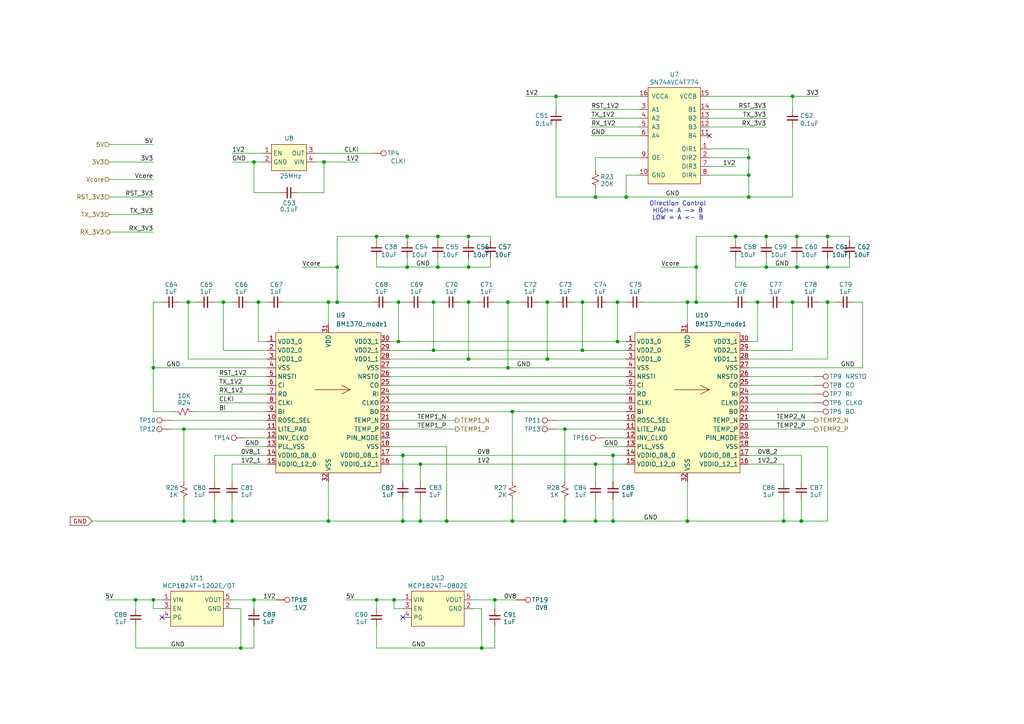
<source format=kicad_sch>
(kicad_sch (version 20231120) (generator "eeschema") (generator_version "8.0")
  (paper "A4")
  (junction (at 127 68.58))
  (junction (at 148.59 151.13))
  (junction (at 161.29 27.94))
  (junction (at 229.87 27.94))
  (junction (at 158.75 87.63))
  (junction (at 227.33 151.13))
  (junction (at 147.32 106.68))
  (junction (at 121.92 134.62))
  (junction (at 148.59 119.38))
  (junction (at 240.03 87.63))
  (junction (at 69.85 187.96))
  (junction (at 222.25 68.58))
  (junction (at 67.31 151.13))
  (junction (at 240.03 77.47))
  (junction (at 125.73 87.63))
  (junction (at 199.39 87.63))
  (junction (at 44.45 106.68))
  (junction (at 139.7 187.96))
  (junction (at 53.34 151.13))
  (junction (at 199.39 151.13))
  (junction (at 121.92 151.13))
  (junction (at 64.77 87.63))
  (junction (at 217.17 50.8))
  (junction (at 222.25 77.47))
  (junction (at 240.03 68.58))
  (junction (at 115.57 87.63))
  (junction (at 172.72 151.13))
  (junction (at 179.07 87.63))
  (junction (at 231.14 77.47))
  (junction (at 97.79 87.63))
  (junction (at 143.51 173.99))
  (junction (at 118.11 77.47))
  (junction (at 217.17 57.15))
  (junction (at 158.75 104.14))
  (junction (at 73.66 46.99))
  (junction (at 73.66 173.99))
  (junction (at 217.17 45.72))
  (junction (at 118.11 68.58))
  (junction (at 127 77.47))
  (junction (at 231.14 68.58))
  (junction (at 116.84 151.13))
  (junction (at 177.8 132.08))
  (junction (at 53.34 124.46))
  (junction (at 97.79 77.47))
  (junction (at 95.25 87.63))
  (junction (at 115.57 99.06))
  (junction (at 109.22 173.99))
  (junction (at 54.61 87.63))
  (junction (at 135.89 68.58))
  (junction (at 229.87 87.63))
  (junction (at 181.61 57.15))
  (junction (at 95.25 151.13))
  (junction (at 62.23 151.13))
  (junction (at 125.73 101.6))
  (junction (at 44.45 173.99))
  (junction (at 74.93 87.63))
  (junction (at 213.36 68.58))
  (junction (at 39.37 173.99))
  (junction (at 135.89 104.14))
  (junction (at 219.71 87.63))
  (junction (at 135.89 87.63))
  (junction (at 201.93 87.63))
  (junction (at 163.83 151.13))
  (junction (at 177.8 151.13))
  (junction (at 163.83 124.46))
  (junction (at 93.98 46.99))
  (junction (at 201.93 77.47))
  (junction (at 232.41 151.13))
  (junction (at 109.22 68.58))
  (junction (at 116.84 132.08))
  (junction (at 129.54 151.13))
  (junction (at 172.72 57.15))
  (junction (at 179.07 99.06))
  (junction (at 168.91 87.63))
  (junction (at 168.91 101.6))
  (junction (at 114.3 173.99))
  (junction (at 135.89 77.47))
  (junction (at 147.32 87.63))
  (junction (at 172.72 134.62))
  (no_connect (at 205.74 39.37))
  (no_connect (at 46.99 179.07))
  (no_connect (at 116.84 179.07))
  (wire (pts (xy 250.19 87.63) (xy 250.19 106.68)))
  (wire (pts (xy 116.84 151.13) (xy 95.25 151.13)))
  (wire (pts (xy 129.54 129.54) (xy 129.54 151.13)))
  (wire (pts (xy 67.31 151.13) (xy 95.25 151.13)))
  (wire (pts (xy 172.72 54.61) (xy 172.72 57.15)))
  (wire (pts (xy 135.89 87.63) (xy 138.43 87.63)))
  (wire (pts (xy 67.31 134.62) (xy 67.31 139.7)))
  (wire (pts (xy 127 77.47) (xy 135.89 77.47)))
  (wire (pts (xy 30.48 173.99) (xy 39.37 173.99)))
  (wire (pts (xy 39.37 187.96) (xy 39.37 181.61)))
  (wire (pts (xy 217.17 109.22) (xy 236.22 109.22)))
  (wire (pts (xy 158.75 87.63) (xy 161.29 87.63)))
  (wire (pts (xy 217.17 45.72) (xy 217.17 50.8)))
  (wire (pts (xy 116.84 144.78) (xy 116.84 151.13)))
  (wire (pts (xy 67.31 46.99) (xy 73.66 46.99)))
  (wire (pts (xy 114.3 173.99) (xy 116.84 173.99)))
  (wire (pts (xy 113.03 104.14) (xy 135.89 104.14)))
  (wire (pts (xy 97.79 68.58) (xy 97.79 77.47)))
  (wire (pts (xy 231.14 68.58) (xy 222.25 68.58)))
  (wire (pts (xy 95.25 87.63) (xy 82.55 87.63)))
  (wire (pts (xy 156.21 87.63) (xy 158.75 87.63)))
  (wire (pts (xy 148.59 119.38) (xy 148.59 139.7)))
  (wire (pts (xy 161.29 121.92) (xy 181.61 121.92)))
  (wire (pts (xy 171.45 36.83) (xy 185.42 36.83)))
  (wire (pts (xy 95.25 93.98) (xy 95.25 87.63)))
  (wire (pts (xy 219.71 87.63) (xy 222.25 87.63)))
  (wire (pts (xy 213.36 77.47) (xy 222.25 77.47)))
  (wire (pts (xy 73.66 46.99) (xy 73.66 55.88)))
  (wire (pts (xy 222.25 68.58) (xy 213.36 68.58)))
  (wire (pts (xy 114.3 176.53) (xy 114.3 173.99)))
  (wire (pts (xy 199.39 139.7) (xy 199.39 151.13)))
  (wire (pts (xy 118.11 68.58) (xy 109.22 68.58)))
  (wire (pts (xy 222.25 68.58) (xy 222.25 69.85)))
  (wire (pts (xy 26.67 151.13) (xy 53.34 151.13)))
  (wire (pts (xy 127 74.93) (xy 127 77.47)))
  (wire (pts (xy 143.51 187.96) (xy 139.7 187.96)))
  (wire (pts (xy 44.45 119.38) (xy 44.45 106.68)))
  (wire (pts (xy 139.7 176.53) (xy 139.7 187.96)))
  (wire (pts (xy 185.42 45.72) (xy 172.72 45.72)))
  (wire (pts (xy 67.31 87.63) (xy 64.77 87.63)))
  (wire (pts (xy 49.53 124.46) (xy 53.34 124.46)))
  (wire (pts (xy 125.73 87.63) (xy 128.27 87.63)))
  (wire (pts (xy 168.91 87.63) (xy 168.91 101.6)))
  (wire (pts (xy 199.39 151.13) (xy 227.33 151.13)))
  (wire (pts (xy 161.29 27.94) (xy 161.29 31.75)))
  (wire (pts (xy 64.77 87.63) (xy 64.77 101.6)))
  (wire (pts (xy 217.17 132.08) (xy 232.41 132.08)))
  (wire (pts (xy 63.5 114.3) (xy 77.47 114.3)))
  (wire (pts (xy 250.19 106.68) (xy 217.17 106.68)))
  (wire (pts (xy 39.37 173.99) (xy 39.37 176.53)))
  (wire (pts (xy 62.23 144.78) (xy 62.23 151.13)))
  (wire (pts (xy 62.23 151.13) (xy 67.31 151.13)))
  (wire (pts (xy 217.17 134.62) (xy 227.33 134.62)))
  (wire (pts (xy 31.75 57.15) (xy 44.45 57.15)))
  (wire (pts (xy 205.74 34.29) (xy 222.25 34.29)))
  (wire (pts (xy 163.83 124.46) (xy 163.83 139.7)))
  (wire (pts (xy 205.74 48.26) (xy 213.36 48.26)))
  (wire (pts (xy 64.77 101.6) (xy 77.47 101.6)))
  (wire (pts (xy 229.87 87.63) (xy 229.87 101.6)))
  (wire (pts (xy 67.31 144.78) (xy 67.31 151.13)))
  (wire (pts (xy 229.87 101.6) (xy 217.17 101.6)))
  (wire (pts (xy 62.23 132.08) (xy 62.23 139.7)))
  (wire (pts (xy 161.29 124.46) (xy 163.83 124.46)))
  (wire (pts (xy 217.17 116.84) (xy 236.22 116.84)))
  (wire (pts (xy 171.45 39.37) (xy 185.42 39.37)))
  (wire (pts (xy 179.07 99.06) (xy 181.61 99.06)))
  (wire (pts (xy 55.88 119.38) (xy 77.47 119.38)))
  (wire (pts (xy 181.61 57.15) (xy 217.17 57.15)))
  (wire (pts (xy 152.4 27.94) (xy 161.29 27.94)))
  (wire (pts (xy 191.77 77.47) (xy 201.93 77.47)))
  (wire (pts (xy 229.87 27.94) (xy 229.87 31.75)))
  (wire (pts (xy 54.61 104.14) (xy 54.61 87.63)))
  (wire (pts (xy 121.92 134.62) (xy 172.72 134.62)))
  (wire (pts (xy 175.26 129.54) (xy 181.61 129.54)))
  (wire (pts (xy 231.14 68.58) (xy 231.14 69.85)))
  (wire (pts (xy 109.22 173.99) (xy 109.22 176.53)))
  (wire (pts (xy 232.41 132.08) (xy 232.41 139.7)))
  (wire (pts (xy 227.33 87.63) (xy 229.87 87.63)))
  (wire (pts (xy 93.98 46.99) (xy 104.14 46.99)))
  (wire (pts (xy 142.24 68.58) (xy 135.89 68.58)))
  (wire (pts (xy 137.16 176.53) (xy 139.7 176.53)))
  (wire (pts (xy 97.79 87.63) (xy 97.79 77.47)))
  (wire (pts (xy 176.53 87.63) (xy 179.07 87.63)))
  (wire (pts (xy 158.75 87.63) (xy 158.75 104.14)))
  (wire (pts (xy 113.03 99.06) (xy 115.57 99.06)))
  (wire (pts (xy 217.17 124.46) (xy 236.22 124.46)))
  (wire (pts (xy 63.5 109.22) (xy 77.47 109.22)))
  (wire (pts (xy 113.03 124.46) (xy 132.08 124.46)))
  (wire (pts (xy 186.69 87.63) (xy 199.39 87.63)))
  (wire (pts (xy 113.03 129.54) (xy 129.54 129.54)))
  (wire (pts (xy 44.45 173.99) (xy 39.37 173.99)))
  (wire (pts (xy 118.11 74.93) (xy 118.11 77.47)))
  (wire (pts (xy 118.11 68.58) (xy 118.11 69.85)))
  (wire (pts (xy 97.79 87.63) (xy 107.95 87.63)))
  (wire (pts (xy 123.19 87.63) (xy 125.73 87.63)))
  (wire (pts (xy 166.37 87.63) (xy 168.91 87.63)))
  (wire (pts (xy 133.35 87.63) (xy 135.89 87.63)))
  (wire (pts (xy 171.45 31.75) (xy 185.42 31.75)))
  (wire (pts (xy 50.8 119.38) (xy 44.45 119.38)))
  (wire (pts (xy 118.11 77.47) (xy 127 77.47)))
  (wire (pts (xy 67.31 173.99) (xy 73.66 173.99)))
  (wire (pts (xy 71.12 127) (xy 77.47 127)))
  (wire (pts (xy 217.17 43.18) (xy 217.17 45.72)))
  (wire (pts (xy 73.66 173.99) (xy 80.01 173.99)))
  (wire (pts (xy 217.17 57.15) (xy 229.87 57.15)))
  (wire (pts (xy 31.75 41.91) (xy 44.45 41.91)))
  (wire (pts (xy 46.99 176.53) (xy 44.45 176.53)))
  (wire (pts (xy 127 68.58) (xy 118.11 68.58)))
  (wire (pts (xy 116.84 132.08) (xy 177.8 132.08)))
  (wire (pts (xy 163.83 144.78) (xy 163.83 151.13)))
  (wire (pts (xy 87.63 77.47) (xy 97.79 77.47)))
  (wire (pts (xy 185.42 50.8) (xy 181.61 50.8)))
  (wire (pts (xy 73.66 55.88) (xy 81.28 55.88)))
  (wire (pts (xy 163.83 151.13) (xy 172.72 151.13)))
  (wire (pts (xy 172.72 57.15) (xy 181.61 57.15)))
  (wire (pts (xy 95.25 87.63) (xy 97.79 87.63)))
  (wire (pts (xy 44.45 173.99) (xy 46.99 173.99)))
  (wire (pts (xy 147.32 87.63) (xy 147.32 106.68)))
  (wire (pts (xy 109.22 187.96) (xy 139.7 187.96)))
  (wire (pts (xy 31.75 52.07) (xy 44.45 52.07)))
  (wire (pts (xy 93.98 55.88) (xy 86.36 55.88)))
  (wire (pts (xy 91.44 46.99) (xy 93.98 46.99)))
  (wire (pts (xy 143.51 173.99) (xy 149.86 173.99)))
  (wire (pts (xy 53.34 124.46) (xy 77.47 124.46)))
  (wire (pts (xy 247.65 87.63) (xy 250.19 87.63)))
  (wire (pts (xy 121.92 151.13) (xy 129.54 151.13)))
  (wire (pts (xy 73.66 187.96) (xy 69.85 187.96)))
  (wire (pts (xy 217.17 129.54) (xy 240.03 129.54)))
  (wire (pts (xy 44.45 106.68) (xy 44.45 87.63)))
  (wire (pts (xy 49.53 121.92) (xy 77.47 121.92)))
  (wire (pts (xy 222.25 74.93) (xy 222.25 77.47)))
  (wire (pts (xy 246.38 77.47) (xy 246.38 74.93)))
  (wire (pts (xy 115.57 99.06) (xy 179.07 99.06)))
  (wire (pts (xy 52.07 87.63) (xy 54.61 87.63)))
  (wire (pts (xy 172.72 144.78) (xy 172.72 151.13)))
  (wire (pts (xy 63.5 111.76) (xy 77.47 111.76)))
  (wire (pts (xy 109.22 68.58) (xy 97.79 68.58)))
  (wire (pts (xy 77.47 134.62) (xy 67.31 134.62)))
  (wire (pts (xy 91.44 44.45) (xy 107.95 44.45)))
  (wire (pts (xy 109.22 74.93) (xy 109.22 77.47)))
  (wire (pts (xy 121.92 151.13) (xy 116.84 151.13)))
  (wire (pts (xy 113.03 106.68) (xy 147.32 106.68)))
  (wire (pts (xy 217.17 99.06) (xy 219.71 99.06)))
  (wire (pts (xy 172.72 151.13) (xy 177.8 151.13)))
  (wire (pts (xy 121.92 144.78) (xy 121.92 151.13)))
  (wire (pts (xy 113.03 134.62) (xy 121.92 134.62)))
  (wire (pts (xy 109.22 187.96) (xy 109.22 181.61)))
  (wire (pts (xy 114.3 173.99) (xy 109.22 173.99)))
  (wire (pts (xy 148.59 144.78) (xy 148.59 151.13)))
  (wire (pts (xy 177.8 132.08) (xy 177.8 139.7)))
  (wire (pts (xy 100.33 173.99) (xy 109.22 173.99)))
  (wire (pts (xy 113.03 114.3) (xy 181.61 114.3)))
  (wire (pts (xy 232.41 144.78) (xy 232.41 151.13)))
  (wire (pts (xy 201.93 87.63) (xy 212.09 87.63)))
  (wire (pts (xy 147.32 106.68) (xy 181.61 106.68)))
  (wire (pts (xy 161.29 57.15) (xy 161.29 36.83)))
  (wire (pts (xy 142.24 77.47) (xy 142.24 74.93)))
  (wire (pts (xy 229.87 36.83) (xy 229.87 57.15)))
  (wire (pts (xy 205.74 36.83) (xy 222.25 36.83)))
  (wire (pts (xy 185.42 27.94) (xy 161.29 27.94)))
  (wire (pts (xy 113.03 111.76) (xy 181.61 111.76)))
  (wire (pts (xy 213.36 68.58) (xy 213.36 69.85)))
  (wire (pts (xy 137.16 173.99) (xy 143.51 173.99)))
  (wire (pts (xy 53.34 144.78) (xy 53.34 151.13)))
  (wire (pts (xy 31.75 46.99) (xy 44.45 46.99)))
  (wire (pts (xy 201.93 87.63) (xy 201.93 77.47)))
  (wire (pts (xy 237.49 87.63) (xy 240.03 87.63)))
  (wire (pts (xy 53.34 151.13) (xy 62.23 151.13)))
  (wire (pts (xy 71.12 129.54) (xy 77.47 129.54)))
  (wire (pts (xy 147.32 87.63) (xy 151.13 87.63)))
  (wire (pts (xy 116.84 132.08) (xy 116.84 139.7)))
  (wire (pts (xy 168.91 87.63) (xy 171.45 87.63)))
  (wire (pts (xy 113.03 119.38) (xy 148.59 119.38)))
  (wire (pts (xy 229.87 27.94) (xy 237.49 27.94)))
  (wire (pts (xy 205.74 43.18) (xy 217.17 43.18)))
  (wire (pts (xy 125.73 101.6) (xy 168.91 101.6)))
  (wire (pts (xy 113.03 101.6) (xy 125.73 101.6)))
  (wire (pts (xy 205.74 27.94) (xy 229.87 27.94)))
  (wire (pts (xy 240.03 77.47) (xy 246.38 77.47)))
  (wire (pts (xy 163.83 124.46) (xy 181.61 124.46)))
  (wire (pts (xy 113.03 116.84) (xy 181.61 116.84)))
  (wire (pts (xy 240.03 68.58) (xy 240.03 69.85)))
  (wire (pts (xy 62.23 87.63) (xy 64.77 87.63)))
  (wire (pts (xy 175.26 127) (xy 181.61 127)))
  (wire (pts (xy 77.47 99.06) (xy 74.93 99.06)))
  (wire (pts (xy 127 68.58) (xy 127 69.85)))
  (wire (pts (xy 217.17 87.63) (xy 219.71 87.63)))
  (wire (pts (xy 246.38 68.58) (xy 240.03 68.58)))
  (wire (pts (xy 148.59 119.38) (xy 181.61 119.38)))
  (wire (pts (xy 240.03 87.63) (xy 240.03 104.14)))
  (wire (pts (xy 135.89 68.58) (xy 127 68.58)))
  (wire (pts (xy 222.25 77.47) (xy 231.14 77.47)))
  (wire (pts (xy 179.07 87.63) (xy 179.07 99.06)))
  (wire (pts (xy 199.39 87.63) (xy 201.93 87.63)))
  (wire (pts (xy 231.14 77.47) (xy 240.03 77.47)))
  (wire (pts (xy 67.31 176.53) (xy 69.85 176.53)))
  (wire (pts (xy 77.47 104.14) (xy 54.61 104.14)))
  (wire (pts (xy 171.45 34.29) (xy 185.42 34.29)))
  (wire (pts (xy 74.93 99.06) (xy 74.93 87.63)))
  (wire (pts (xy 240.03 104.14) (xy 217.17 104.14)))
  (wire (pts (xy 109.22 77.47) (xy 118.11 77.47)))
  (wire (pts (xy 240.03 74.93) (xy 240.03 77.47)))
  (wire (pts (xy 177.8 151.13) (xy 199.39 151.13)))
  (wire (pts (xy 121.92 134.62) (xy 121.92 139.7)))
  (wire (pts (xy 205.74 50.8) (xy 217.17 50.8)))
  (wire (pts (xy 135.89 104.14) (xy 158.75 104.14)))
  (wire (pts (xy 232.41 151.13) (xy 240.03 151.13)))
  (wire (pts (xy 227.33 151.13) (xy 232.41 151.13)))
  (wire (pts (xy 69.85 176.53) (xy 69.85 187.96)))
  (wire (pts (xy 181.61 50.8) (xy 181.61 57.15)))
  (wire (pts (xy 168.91 101.6) (xy 181.61 101.6)))
  (wire (pts (xy 231.14 74.93) (xy 231.14 77.47)))
  (wire (pts (xy 177.8 132.08) (xy 181.61 132.08)))
  (wire (pts (xy 172.72 134.62) (xy 172.72 139.7)))
  (wire (pts (xy 217.17 50.8) (xy 217.17 57.15)))
  (wire (pts (xy 229.87 87.63) (xy 232.41 87.63)))
  (wire (pts (xy 217.17 119.38) (xy 236.22 119.38)))
  (wire (pts (xy 199.39 87.63) (xy 199.39 93.98)))
  (wire (pts (xy 95.25 139.7) (xy 95.25 151.13)))
  (wire (pts (xy 135.89 74.93) (xy 135.89 77.47)))
  (wire (pts (xy 76.2 46.99) (xy 73.66 46.99)))
  (wire (pts (xy 172.72 57.15) (xy 161.29 57.15)))
  (wire (pts (xy 54.61 87.63) (xy 57.15 87.63)))
  (wire (pts (xy 44.45 106.68) (xy 77.47 106.68)))
  (wire (pts (xy 148.59 151.13) (xy 163.83 151.13)))
  (wire (pts (xy 125.73 87.63) (xy 125.73 101.6)))
  (wire (pts (xy 39.37 187.96) (xy 69.85 187.96)))
  (wire (pts (xy 227.33 144.78) (xy 227.33 151.13)))
  (wire (pts (xy 201.93 68.58) (xy 201.93 77.47)))
  (wire (pts (xy 217.17 121.92) (xy 236.22 121.92)))
  (wire (pts (xy 240.03 87.63) (xy 242.57 87.63)))
  (wire (pts (xy 44.45 87.63) (xy 46.99 87.63)))
  (wire (pts (xy 113.03 132.08) (xy 116.84 132.08)))
  (wire (pts (xy 113.03 109.22) (xy 181.61 109.22)))
  (wire (pts (xy 179.07 87.63) (xy 181.61 87.63)))
  (wire (pts (xy 31.75 67.31) (xy 44.45 67.31)))
  (wire (pts (xy 116.84 176.53) (xy 114.3 176.53)))
  (wire (pts (xy 246.38 69.85) (xy 246.38 68.58)))
  (wire (pts (xy 143.51 87.63) (xy 147.32 87.63)))
  (wire (pts (xy 158.75 104.14) (xy 181.61 104.14)))
  (wire (pts (xy 73.66 173.99) (xy 73.66 176.53)))
  (wire (pts (xy 62.23 132.08) (xy 77.47 132.08)))
  (wire (pts (xy 93.98 46.99) (xy 93.98 55.88)))
  (wire (pts (xy 109.22 68.58) (xy 109.22 69.85)))
  (wire (pts (xy 172.72 45.72) (xy 172.72 49.53)))
  (wire (pts (xy 135.89 77.47) (xy 142.24 77.47)))
  (wire (pts (xy 177.8 144.78) (xy 177.8 151.13)))
  (wire (pts (xy 113.03 87.63) (xy 115.57 87.63)))
  (wire (pts (xy 67.31 44.45) (xy 76.2 44.45)))
  (wire (pts (xy 227.33 134.62) (xy 227.33 139.7)))
  (wire (pts (xy 172.72 134.62) (xy 181.61 134.62)))
  (wire (pts (xy 142.24 69.85) (xy 142.24 68.58)))
  (wire (pts (xy 113.03 121.92) (xy 132.08 121.92)))
  (wire (pts (xy 115.57 87.63) (xy 118.11 87.63)))
  (wire (pts (xy 115.57 87.63) (xy 115.57 99.06)))
  (wire (pts (xy 31.75 62.23) (xy 44.45 62.23)))
  (wire (pts (xy 217.17 114.3) (xy 236.22 114.3)))
  (wire (pts (xy 135.89 87.63) (xy 135.89 104.14)))
  (wire (pts (xy 73.66 181.61) (xy 73.66 187.96)))
  (wire (pts (xy 135.89 68.58) (xy 135.89 69.85)))
  (wire (pts (xy 143.51 181.61) (xy 143.51 187.96)))
  (wire (pts (xy 217.17 111.76) (xy 236.22 111.76)))
  (wire (pts (xy 240.03 129.54) (xy 240.03 151.13)))
  (wire (pts (xy 72.39 87.63) (xy 74.93 87.63)))
  (wire (pts (xy 44.45 176.53) (xy 44.45 173.99)))
  (wire (pts (xy 205.74 31.75) (xy 222.25 31.75)))
  (wire (pts (xy 129.54 151.13) (xy 148.59 151.13)))
  (wire (pts (xy 219.71 99.06) (xy 219.71 87.63)))
  (wire (pts (xy 53.34 124.46) (xy 53.34 139.7)))
  (wire (pts (xy 213.36 68.58) (xy 201.93 68.58)))
  (wire (pts (xy 213.36 74.93) (xy 213.36 77.47)))
  (wire (pts (xy 205.74 45.72) (xy 217.17 45.72)))
  (wire (pts (xy 240.03 68.58) (xy 231.14 68.58)))
  (wire (pts (xy 63.5 116.84) (xy 77.47 116.84)))
  (wire (pts (xy 143.51 173.99) (xy 143.51 176.53)))
  (wire (pts (xy 74.93 87.63) (xy 77.47 87.63)))
  (text "Direction Control\nHIGH= A -> B\nLOW = A <- B" (at 196.596 61.214 0) (effects (font (size 1.27 1.27))))
  (label "0V8" (at 149.86 173.99 180))
  (label "TEMP2_N" (at 233.68 121.92 180))
  (label "GND" (at 224.79 77.47 0))
  (label "TEMP1_N" (at 129.54 121.92 180))
  (label "1V2" (at 213.36 48.26 180))
  (label "1V2" (at 80.01 173.99 180))
  (label "GND" (at 67.31 46.99 0))
  (label "GND" (at 48.26 106.68 0))
  (label "GND" (at 171.45 39.37 0))
  (label "1V2" (at 104.14 46.99 180))
  (label "0V8_1" (at 69.85 132.08 0))
  (label "RST_1V2" (at 171.45 31.75 0))
  (label "1V2" (at 152.4 27.94 0))
  (label "GND" (at 243.84 106.68 0))
  (label "1V2" (at 138.43 134.62 0))
  (label "RX_3V3" (at 44.45 67.31 180))
  (label "0V8_2" (at 219.71 132.08 0))
  (label "BI" (at 63.5 119.38 0))
  (label "5V" (at 44.45 41.91 180))
  (label "CLKI" (at 63.5 116.84 0))
  (label "1V2_1" (at 69.85 134.62 0))
  (label "Vcore" (at 191.77 77.47 0))
  (label "0V8" (at 138.43 132.08 0))
  (label "TEMP1_P" (at 129.54 124.46 180))
  (label "TX_1V2" (at 171.45 34.29 0))
  (label "RX_1V2" (at 171.45 36.83 0))
  (label "GND" (at 119.38 187.96 0))
  (label "Vcore" (at 87.63 77.47 0))
  (label "1V2_2" (at 219.71 134.62 0))
  (label "RX_3V3" (at 222.25 36.83 180))
  (label "RST_1V2" (at 63.5 109.22 0))
  (label "3V3" (at 237.49 27.94 180))
  (label "RX_1V2" (at 63.5 114.3 0))
  (label "5V" (at 100.33 173.99 0))
  (label "GND" (at 186.69 151.13 0))
  (label "3V3" (at 44.45 46.99 180))
  (label "GND" (at 193.04 57.15 0))
  (label "GND" (at 120.65 77.47 0))
  (label "TX_1V2" (at 63.5 111.76 0))
  (label "GND" (at 71.12 129.54 0))
  (label "RST_3V3" (at 222.25 31.75 180))
  (label "TEMP2_P" (at 233.68 124.46 180))
  (label "Vcore" (at 44.45 52.07 180))
  (label "GND" (at 175.26 129.54 0))
  (label "1V2" (at 67.31 44.45 0))
  (label "GND" (at 149.86 106.68 0))
  (label "RST_3V3" (at 44.45 57.15 180))
  (label "GND" (at 49.53 187.96 0))
  (label "TX_3V3" (at 222.25 34.29 180))
  (label "5V" (at 30.48 173.99 0))
  (label "TX_3V3" (at 44.45 62.23 180))
  (label "CLKI" (at 104.14 44.45 180))
  (global_label "GND" (shape input) (at 26.67 151.13 180) (property "Intersheetrefs" "${INTERSHEET_REFS}" (effects (hide yes))))
  (hierarchical_label "3V3" (shape input) (at 31.75 46.99 180))
  (hierarchical_label "Vcore" (shape input) (at 31.75 52.07 180))
  (hierarchical_label "TEMP1_P" (shape output) (at 132.08 124.46 0))
  (hierarchical_label "RX_3V3" (shape output) (at 31.75 67.31 180))
  (hierarchical_label "TX_3V3" (shape input) (at 31.75 62.23 180))
  (hierarchical_label "TEMP1_N" (shape output) (at 132.08 121.92 0))
  (hierarchical_label "5V" (shape input) (at 31.75 41.91 180))
  (hierarchical_label "TEMP2_N" (shape output) (at 236.22 121.92 0))
  (hierarchical_label "TEMP2_P" (shape output) (at 236.22 124.46 0))
  (hierarchical_label "RST_3V3" (shape input) (at 31.75 57.15 180))
  (symbol (lib_id "Connector:TestPoint") (at 49.53 121.92 90) (mirror x) (unit 1) (in_bom no)
    (property "Reference" "TP10" (at 45.212 121.92 90) (effects (justify left)))
    (property "Value" "TestPoint" (effects (hide yes)))
    (property "Footprint" "TestPoint:TestPoint_Pad_D1.0mm" (effects (hide yes)))
    (property "Description" "test point" (effects (hide yes)))
  )
  (symbol (lib_id "Device:R_Small_US") (at 53.34 142.24 0) (mirror x) (unit 1)
    (property "Reference" "R26" (at 48.006 141.478 0) (effects (justify left)))
    (property "Value" "1K" (at 49.022 143.51 0) (effects (justify left)))
    (property "Footprint" "Resistor_SMD:R_0402_1005Metric" (effects (hide yes)))
    (property "Description" "Resistor, small US symbol" (effects (hide yes)))
    (property "PARTNO" "RC0402FR-071KL" (effects (hide yes)))
    (property "DK" "311-1.00KLRCT-ND" (effects (hide yes)))
  )
  (symbol (lib_id "Device:C_Small") (at 143.51 179.07 0) (mirror x) (unit 1)
    (property "Reference" "C91" (at 149.86 178.308 0) (effects (justify right)))
    (property "Value" "1uF" (at 149.606 180.34 0) (effects (justify right)))
    (property "Footprint" "Capacitor_SMD:C_0402_1005Metric" (effects (hide yes)))
    (property "Datasheet" "https://mm.digikey.com/Volume0/opasdata/d220001/medias/docus/1117/EMK105BJ105MV-F_SS.pdf" (effects (hide yes)))
    (property "Description" "Unpolarized capacitor, small symbol" (effects (hide yes)))
    (property "PARTNUM" "EMK105BJ105MV-F" (effects (hide yes)))
    (property "DK" "587-5514-1-ND" (effects (hide yes)))
  )
  (symbol (lib_id "Device:C_Small") (at 231.14 72.39 0) (unit 1)
    (property "Reference" "C60" (at 237.236 71.628 0) (effects (justify right)))
    (property "Value" "10uF" (at 237.236 73.914 0) (effects (justify right)))
    (property "Footprint" "Capacitor_SMD:C_0603_1608Metric" (effects (hide yes)))
    (property "Description" "Unpolarized capacitor, small symbol" (effects (hide yes)))
    (property "PARTNO" "GRM188R61E106KA73D" (effects (hide yes)))
    (property "DK" "490-5523-1-ND" (effects (hide yes)))
  )
  (symbol (lib_id "Device:C_Small") (at 161.29 34.29 0) (mirror y) (unit 1)
    (property "Reference" "C51" (at 155.194 33.528 0) (effects (justify right)))
    (property "Value" "0.1uF" (at 155.194 35.814 0) (effects (justify right)))
    (property "Footprint" "Capacitor_SMD:C_0402_1005Metric" (effects (hide yes)))
    (property "Datasheet" "https://datasheets.kyocera-avx.com/KGM_X7R.pdf" (effects (hide yes)))
    (property "Description" "Unpolarized capacitor, small symbol" (effects (hide yes)))
    (property "PARTNO" "KGM05AR71C104KH" (effects (hide yes)))
    (property "DK" "478-KGM05AR71C104KHCT-ND" (effects (hide yes)))
  )
  (symbol (lib_id "bitaxe:BM1370_mode1") (at 95.25 116.84 0) (unit 1)
    (property "Reference" "U9" (at 97.4441 91.44 0) (effects (justify left)))
    (property "Value" "BM1370_mode1" (at 97.4441 93.98 0) (effects (justify left)))
    (property "Footprint" "bitaxe:BM1370" (effects (hide yes)))
  )
  (symbol (lib_id "bitaxe:MCP1824") (at 57.15 175.26 0) (unit 1)
    (property "Reference" "U11" (at 57.15 167.64 0))
    (property "Value" "MCP1824T-1202E/OT" (at 57.658 169.926 0))
    (property "Footprint" "Package_TO_SOT_SMD:SOT-23-5" (effects (hide yes)))
    (property "Datasheet" "https://ww1.microchip.com/downloads/en/DeviceDoc/22070a.pdf" (effects (hide yes)))
  )
  (symbol (lib_id "Device:C_Small") (at 163.83 87.63 90) (unit 1)
    (property "Reference" "C73" (at 162.052 82.55 90) (effects (justify right)))
    (property "Value" "1uF" (at 162.052 84.582 90) (effects (justify right)))
    (property "Footprint" "Capacitor_SMD:C_0402_1005Metric" (effects (hide yes)))
    (property "Datasheet" "https://mm.digikey.com/Volume0/opasdata/d220001/medias/docus/1117/EMK105BJ105MV-F_SS.pdf" (effects (hide yes)))
    (property "Description" "Unpolarized capacitor, small symbol" (effects (hide yes)))
    (property "PARTNUM" "EMK105BJ105MV-F" (effects (hide yes)))
    (property "DK" "587-5514-1-ND" (effects (hide yes)))
  )
  (symbol (lib_id "bitaxe:MCP1824") (at 127 175.26 0) (unit 1)
    (property "Reference" "U12" (at 127 167.64 0))
    (property "Value" "MCP1824T-0802E" (at 127 169.926 0))
    (property "Footprint" "Package_TO_SOT_SMD:SOT-23-5" (effects (hide yes)))
    (property "Datasheet" "https://ww1.microchip.com/downloads/en/DeviceDoc/22070a.pdf" (effects (hide yes)))
  )
  (symbol (lib_id "Device:C_Small") (at 245.11 87.63 90) (unit 1)
    (property "Reference" "C79" (at 243.332 82.55 90) (effects (justify right)))
    (property "Value" "1uF" (at 243.332 84.582 90) (effects (justify right)))
    (property "Footprint" "Capacitor_SMD:C_0402_1005Metric" (effects (hide yes)))
    (property "Datasheet" "https://mm.digikey.com/Volume0/opasdata/d220001/medias/docus/1117/EMK105BJ105MV-F_SS.pdf" (effects (hide yes)))
    (property "Description" "Unpolarized capacitor, small symbol" (effects (hide yes)))
    (property "PARTNUM" "EMK105BJ105MV-F" (effects (hide yes)))
    (property "DK" "587-5514-1-ND" (effects (hide yes)))
  )
  (symbol (lib_id "Device:C_Small") (at 67.31 142.24 0) (mirror x) (unit 1)
    (property "Reference" "C81" (at 73.66 141.478 0) (effects (justify right)))
    (property "Value" "1uF" (at 73.406 143.51 0) (effects (justify right)))
    (property "Footprint" "Capacitor_SMD:C_0402_1005Metric" (effects (hide yes)))
    (property "Datasheet" "https://mm.digikey.com/Volume0/opasdata/d220001/medias/docus/1117/EMK105BJ105MV-F_SS.pdf" (effects (hide yes)))
    (property "Description" "Unpolarized capacitor, small symbol" (effects (hide yes)))
    (property "PARTNUM" "EMK105BJ105MV-F" (effects (hide yes)))
    (property "DK" "587-5514-1-ND" (effects (hide yes)))
  )
  (symbol (lib_id "Connector:TestPoint") (at 107.95 44.45 270) (unit 1) (in_bom no)
    (property "Reference" "TP4" (at 112.268 44.45 90) (effects (justify left)))
    (property "Value" "CLKI" (at 113.284 46.736 90) (effects (justify left)))
    (property "Footprint" "TestPoint:TestPoint_Pad_D1.0mm" (effects (hide yes)))
    (property "Description" "test point" (effects (hide yes)))
  )
  (symbol (lib_id "Connector:TestPoint") (at 236.22 119.38 270) (unit 1) (in_bom no)
    (property "Reference" "TP5" (at 240.538 119.38 90) (effects (justify left)))
    (property "Value" "BO" (at 245.11 119.38 90) (effects (justify left)))
    (property "Footprint" "TestPoint:TestPoint_Pad_D1.0mm" (effects (hide yes)))
    (property "Description" "test point" (effects (hide yes)))
  )
  (symbol (lib_id "Device:C_Small") (at 184.15 87.63 90) (unit 1)
    (property "Reference" "C75" (at 182.372 82.55 90) (effects (justify right)))
    (property "Value" "1uF" (at 182.372 84.582 90) (effects (justify right)))
    (property "Footprint" "Capacitor_SMD:C_0402_1005Metric" (effects (hide yes)))
    (property "Datasheet" "https://mm.digikey.com/Volume0/opasdata/d220001/medias/docus/1117/EMK105BJ105MV-F_SS.pdf" (effects (hide yes)))
    (property "Description" "Unpolarized capacitor, small symbol" (effects (hide yes)))
    (property "PARTNUM" "EMK105BJ105MV-F" (effects (hide yes)))
    (property "DK" "587-5514-1-ND" (effects (hide yes)))
  )
  (symbol (lib_id "Device:C_Small") (at 222.25 72.39 0) (unit 1)
    (property "Reference" "C59" (at 228.346 71.628 0) (effects (justify right)))
    (property "Value" "10uF" (at 228.346 73.914 0) (effects (justify right)))
    (property "Footprint" "Capacitor_SMD:C_0603_1608Metric" (effects (hide yes)))
    (property "Description" "Unpolarized capacitor, small symbol" (effects (hide yes)))
    (property "PARTNO" "GRM188R61E106KA73D" (effects (hide yes)))
    (property "DK" "490-5523-1-ND" (effects (hide yes)))
  )
  (symbol (lib_id "Device:R_Small_US") (at 172.72 52.07 180) (unit 1)
    (property "Reference" "R23" (at 178.054 51.308 0) (effects (justify left)))
    (property "Value" "20K" (at 178.054 53.34 0) (effects (justify left)))
    (property "Footprint" "Resistor_SMD:R_0402_1005Metric" (effects (hide yes)))
    (property "Description" "Resistor, small US symbol" (effects (hide yes)))
    (property "PARTNO" "RC0402FR-0720KL" (effects (hide yes)))
    (property "DK" "311-20.0KLRCT-ND" (effects (hide yes)))
  )
  (symbol (lib_id "Device:C_Small") (at 62.23 142.24 180) (unit 1)
    (property "Reference" "C80" (at 55.88 141.478 0) (effects (justify right)))
    (property "Value" "1uF" (at 56.134 143.51 0) (effects (justify right)))
    (property "Footprint" "Capacitor_SMD:C_0402_1005Metric" (effects (hide yes)))
    (property "Datasheet" "https://mm.digikey.com/Volume0/opasdata/d220001/medias/docus/1117/EMK105BJ105MV-F_SS.pdf" (effects (hide yes)))
    (property "Description" "Unpolarized capacitor, small symbol" (effects (hide yes)))
    (property "PARTNUM" "EMK105BJ105MV-F" (effects (hide yes)))
    (property "DK" "587-5514-1-ND" (effects (hide yes)))
  )
  (symbol (lib_id "Connector:TestPoint") (at 236.22 116.84 270) (unit 1) (in_bom no)
    (property "Reference" "TP6" (at 240.538 116.84 90) (effects (justify left)))
    (property "Value" "CLKO" (at 245.11 116.84 90) (effects (justify left)))
    (property "Footprint" "TestPoint:TestPoint_Pad_D1.0mm" (effects (hide yes)))
    (property "Description" "test point" (effects (hide yes)))
  )
  (symbol (lib_id "Device:C_Small") (at 39.37 179.07 180) (unit 1)
    (property "Reference" "C88" (at 33.02 178.308 0) (effects (justify right)))
    (property "Value" "1uF" (at 33.274 180.34 0) (effects (justify right)))
    (property "Footprint" "Capacitor_SMD:C_0402_1005Metric" (effects (hide yes)))
    (property "Datasheet" "https://mm.digikey.com/Volume0/opasdata/d220001/medias/docus/1117/EMK105BJ105MV-F_SS.pdf" (effects (hide yes)))
    (property "Description" "Unpolarized capacitor, small symbol" (effects (hide yes)))
    (property "PARTNUM" "EMK105BJ105MV-F" (effects (hide yes)))
    (property "DK" "587-5514-1-ND" (effects (hide yes)))
  )
  (symbol (lib_id "Device:C_Small") (at 59.69 87.63 90) (unit 1)
    (property "Reference" "C65" (at 57.912 82.55 90) (effects (justify right)))
    (property "Value" "1uF" (at 57.912 84.582 90) (effects (justify right)))
    (property "Footprint" "Capacitor_SMD:C_0402_1005Metric" (effects (hide yes)))
    (property "Datasheet" "https://mm.digikey.com/Volume0/opasdata/d220001/medias/docus/1117/EMK105BJ105MV-F_SS.pdf" (effects (hide yes)))
    (property "Description" "Unpolarized capacitor, small symbol" (effects (hide yes)))
    (property "PARTNUM" "EMK105BJ105MV-F" (effects (hide yes)))
    (property "DK" "587-5514-1-ND" (effects (hide yes)))
  )
  (symbol (lib_id "Device:R_Small_US") (at 163.83 142.24 0) (mirror x) (unit 1)
    (property "Reference" "R28" (at 158.496 141.478 0) (effects (justify left)))
    (property "Value" "1K" (at 159.512 143.51 0) (effects (justify left)))
    (property "Footprint" "Resistor_SMD:R_0402_1005Metric" (effects (hide yes)))
    (property "Description" "Resistor, small US symbol" (effects (hide yes)))
    (property "PARTNO" "RC0402FR-071KL" (effects (hide yes)))
    (property "DK" "311-1.00KLRCT-ND" (effects (hide yes)))
  )
  (symbol (lib_id "bitaxe:SN74AVC4T774") (at 195.58 36.83 0) (unit 1)
    (property "Reference" "U7" (at 195.58 21.59 0))
    (property "Value" "SN74AVC4T774" (at 195.58 23.876 0))
    (property "Footprint" "Package_SO:TSSOP-16_4.4x5mm_P0.65mm" (effects (hide yes)))
    (property "Datasheet" "https://www.ti.com/lit/ds/symlink/sn74avc4t774.pdf" (effects (hide yes)))
    (property "DK" "296-24739-1-ND" (effects (hide yes)))
    (property "Partnum" "SN74AVC4T774PWR" (effects (hide yes)))
  )
  (symbol (lib_id "Connector:TestPoint") (at 236.22 111.76 270) (unit 1) (in_bom no)
    (property "Reference" "TP8" (at 240.538 111.76 90) (effects (justify left)))
    (property "Value" "CO" (at 245.11 111.76 90) (effects (justify left)))
    (property "Footprint" "TestPoint:TestPoint_Pad_D1.0mm" (effects (hide yes)))
    (property "Description" "test point" (effects (hide yes)))
  )
  (symbol (lib_id "Device:C_Small") (at 130.81 87.63 90) (unit 1)
    (property "Reference" "C70" (at 129.032 82.55 90) (effects (justify right)))
    (property "Value" "1uF" (at 129.032 84.582 90) (effects (justify right)))
    (property "Footprint" "Capacitor_SMD:C_0402_1005Metric" (effects (hide yes)))
    (property "Datasheet" "https://mm.digikey.com/Volume0/opasdata/d220001/medias/docus/1117/EMK105BJ105MV-F_SS.pdf" (effects (hide yes)))
    (property "Description" "Unpolarized capacitor, small symbol" (effects (hide yes)))
    (property "PARTNUM" "EMK105BJ105MV-F" (effects (hide yes)))
    (property "DK" "587-5514-1-ND" (effects (hide yes)))
  )
  (symbol (lib_id "Device:C_Small") (at 116.84 142.24 180) (unit 1)
    (property "Reference" "C82" (at 110.49 141.478 0) (effects (justify right)))
    (property "Value" "1uF" (at 110.744 143.51 0) (effects (justify right)))
    (property "Footprint" "Capacitor_SMD:C_0402_1005Metric" (effects (hide yes)))
    (property "Datasheet" "https://mm.digikey.com/Volume0/opasdata/d220001/medias/docus/1117/EMK105BJ105MV-F_SS.pdf" (effects (hide yes)))
    (property "Description" "Unpolarized capacitor, small symbol" (effects (hide yes)))
    (property "PARTNUM" "EMK105BJ105MV-F" (effects (hide yes)))
    (property "DK" "587-5514-1-ND" (effects (hide yes)))
  )
  (symbol (lib_id "Device:C_Small") (at 173.99 87.63 90) (unit 1)
    (property "Reference" "C74" (at 172.212 82.55 90) (effects (justify right)))
    (property "Value" "1uF" (at 172.212 84.582 90) (effects (justify right)))
    (property "Footprint" "Capacitor_SMD:C_0402_1005Metric" (effects (hide yes)))
    (property "Datasheet" "https://mm.digikey.com/Volume0/opasdata/d220001/medias/docus/1117/EMK105BJ105MV-F_SS.pdf" (effects (hide yes)))
    (property "Description" "Unpolarized capacitor, small symbol" (effects (hide yes)))
    (property "PARTNUM" "EMK105BJ105MV-F" (effects (hide yes)))
    (property "DK" "587-5514-1-ND" (effects (hide yes)))
  )
  (symbol (lib_id "Device:C_Small") (at 120.65 87.63 90) (unit 1)
    (property "Reference" "C69" (at 118.872 82.55 90) (effects (justify right)))
    (property "Value" "1uF" (at 118.872 84.582 90) (effects (justify right)))
    (property "Footprint" "Capacitor_SMD:C_0402_1005Metric" (effects (hide yes)))
    (property "Datasheet" "https://mm.digikey.com/Volume0/opasdata/d220001/medias/docus/1117/EMK105BJ105MV-F_SS.pdf" (effects (hide yes)))
    (property "Description" "Unpolarized capacitor, small symbol" (effects (hide yes)))
    (property "PARTNUM" "EMK105BJ105MV-F" (effects (hide yes)))
    (property "DK" "587-5514-1-ND" (effects (hide yes)))
  )
  (symbol (lib_id "Device:C_Small") (at 232.41 142.24 0) (mirror x) (unit 1)
    (property "Reference" "C87" (at 238.76 141.478 0) (effects (justify right)))
    (property "Value" "1uF" (at 238.506 143.51 0) (effects (justify right)))
    (property "Footprint" "Capacitor_SMD:C_0402_1005Metric" (effects (hide yes)))
    (property "Datasheet" "https://mm.digikey.com/Volume0/opasdata/d220001/medias/docus/1117/EMK105BJ105MV-F_SS.pdf" (effects (hide yes)))
    (property "Description" "Unpolarized capacitor, small symbol" (effects (hide yes)))
    (property "PARTNUM" "EMK105BJ105MV-F" (effects (hide yes)))
    (property "DK" "587-5514-1-ND" (effects (hide yes)))
  )
  (symbol (lib_id "Device:C_Small") (at 229.87 34.29 0) (unit 1)
    (property "Reference" "C52" (at 235.966 33.528 0) (effects (justify right)))
    (property "Value" "0.1uF" (at 237.49 35.814 0) (effects (justify right)))
    (property "Footprint" "Capacitor_SMD:C_0402_1005Metric" (effects (hide yes)))
    (property "Datasheet" "https://datasheets.kyocera-avx.com/KGM_X7R.pdf" (effects (hide yes)))
    (property "Description" "Unpolarized capacitor, small symbol" (effects (hide yes)))
    (property "PARTNO" "KGM05AR71C104KH" (effects (hide yes)))
    (property "DK" "478-KGM05AR71C104KHCT-ND" (effects (hide yes)))
  )
  (symbol (lib_id "Device:C_Small") (at 240.03 72.39 0) (unit 1)
    (property "Reference" "C61" (at 246.126 71.628 0) (effects (justify right)))
    (property "Value" "10uF" (at 246.126 73.914 0) (effects (justify right)))
    (property "Footprint" "Capacitor_SMD:C_0603_1608Metric" (effects (hide yes)))
    (property "Description" "Unpolarized capacitor, small symbol" (effects (hide yes)))
    (property "PARTNO" "GRM188R61E106KA73D" (effects (hide yes)))
    (property "DK" "490-5523-1-ND" (effects (hide yes)))
  )
  (symbol (lib_id "Device:C_Small") (at 214.63 87.63 90) (unit 1)
    (property "Reference" "C76" (at 212.852 82.55 90) (effects (justify right)))
    (property "Value" "1uF" (at 212.852 84.582 90) (effects (justify right)))
    (property "Footprint" "Capacitor_SMD:C_0402_1005Metric" (effects (hide yes)))
    (property "Datasheet" "https://mm.digikey.com/Volume0/opasdata/d220001/medias/docus/1117/EMK105BJ105MV-F_SS.pdf" (effects (hide yes)))
    (property "Description" "Unpolarized capacitor, small symbol" (effects (hide yes)))
    (property "PARTNUM" "EMK105BJ105MV-F" (effects (hide yes)))
    (property "DK" "587-5514-1-ND" (effects (hide yes)))
  )
  (symbol (lib_id "Device:C_Small") (at 227.33 142.24 180) (unit 1)
    (property "Reference" "C86" (at 220.98 141.478 0) (effects (justify right)))
    (property "Value" "1uF" (at 221.234 143.51 0) (effects (justify right)))
    (property "Footprint" "Capacitor_SMD:C_0402_1005Metric" (effects (hide yes)))
    (property "Datasheet" "https://mm.digikey.com/Volume0/opasdata/d220001/medias/docus/1117/EMK105BJ105MV-F_SS.pdf" (effects (hide yes)))
    (property "Description" "Unpolarized capacitor, small symbol" (effects (hide yes)))
    (property "PARTNUM" "EMK105BJ105MV-F" (effects (hide yes)))
    (property "DK" "587-5514-1-ND" (effects (hide yes)))
  )
  (symbol (lib_id "Connector:TestPoint") (at 236.22 114.3 270) (unit 1) (in_bom no)
    (property "Reference" "TP7" (at 240.538 114.3 90) (effects (justify left)))
    (property "Value" "RI" (at 245.11 114.3 90) (effects (justify left)))
    (property "Footprint" "TestPoint:TestPoint_Pad_D1.0mm" (effects (hide yes)))
    (property "Description" "test point" (effects (hide yes)))
  )
  (symbol (lib_id "Connector:TestPoint") (at 49.53 124.46 90) (mirror x) (unit 1) (in_bom no)
    (property "Reference" "TP12" (at 45.212 124.46 90) (effects (justify left)))
    (property "Value" "TestPoint" (effects (hide yes)))
    (property "Footprint" "TestPoint:TestPoint_Pad_D1.0mm" (effects (hide yes)))
    (property "Description" "test point" (effects (hide yes)))
  )
  (symbol (lib_id "Device:C_Small") (at 109.22 179.07 180) (unit 1)
    (property "Reference" "C90" (at 102.87 178.308 0) (effects (justify right)))
    (property "Value" "1uF" (at 103.124 180.34 0) (effects (justify right)))
    (property "Footprint" "Capacitor_SMD:C_0402_1005Metric" (effects (hide yes)))
    (property "Datasheet" "https://mm.digikey.com/Volume0/opasdata/d220001/medias/docus/1117/EMK105BJ105MV-F_SS.pdf" (effects (hide yes)))
    (property "Description" "Unpolarized capacitor, small symbol" (effects (hide yes)))
    (property "PARTNUM" "EMK105BJ105MV-F" (effects (hide yes)))
    (property "DK" "587-5514-1-ND" (effects (hide yes)))
  )
  (symbol (lib_id "Device:C_Small") (at 118.11 72.39 0) (unit 1)
    (property "Reference" "C54" (at 124.206 71.628 0) (effects (justify right)))
    (property "Value" "10uF" (at 124.206 73.914 0) (effects (justify right)))
    (property "Footprint" "Capacitor_SMD:C_0603_1608Metric" (effects (hide yes)))
    (property "Description" "Unpolarized capacitor, small symbol" (effects (hide yes)))
    (property "PARTNO" "GRM188R61E106KA73D" (effects (hide yes)))
    (property "DK" "490-5523-1-ND" (effects (hide yes)))
  )
  (symbol (lib_id "Device:C_Small") (at 142.24 72.39 0) (unit 1)
    (property "Reference" "C57" (at 148.336 71.628 0) (effects (justify right)))
    (property "Value" "10uF" (at 148.336 73.914 0) (effects (justify right)))
    (property "Footprint" "Capacitor_SMD:C_0603_1608Metric" (effects (hide yes)))
    (property "Description" "Unpolarized capacitor, small symbol" (effects (hide yes)))
    (property "PARTNO" "GRM188R61E106KA73D" (effects (hide yes)))
    (property "DK" "490-5523-1-ND" (effects (hide yes)))
  )
  (symbol (lib_id "Device:R_Small_US") (at 53.34 119.38 90) (mirror x) (unit 1)
    (property "Reference" "R24" (at 55.372 116.84 90) (effects (justify left)))
    (property "Value" "10K" (at 55.372 114.808 90) (effects (justify left)))
    (property "Footprint" "Resistor_SMD:R_0402_1005Metric" (effects (hide yes)))
    (property "Datasheet" "https://www.yageo.com/upload/media/product/products/datasheet/rchip/PYu-RC_Group_51_RoHS_L_12.pdf" (effects (hide yes)))
    (property "Description" "Resistor, small US symbol" (effects (hide yes)))
    (property "PARTNO" "RC0402JR-0710KL" (effects (hide yes)))
    (property "DK" "311-10KJRCT-ND" (effects (hide yes)))
  )
  (symbol (lib_id "Device:C_Small") (at 172.72 142.24 180) (unit 1)
    (property "Reference" "C84" (at 166.37 141.478 0) (effects (justify right)))
    (property "Value" "1uF" (at 166.624 143.51 0) (effects (justify right)))
    (property "Footprint" "Capacitor_SMD:C_0402_1005Metric" (effects (hide yes)))
    (property "Datasheet" "https://mm.digikey.com/Volume0/opasdata/d220001/medias/docus/1117/EMK105BJ105MV-F_SS.pdf" (effects (hide yes)))
    (property "Description" "Unpolarized capacitor, small symbol" (effects (hide yes)))
    (property "PARTNUM" "EMK105BJ105MV-F" (effects (hide yes)))
    (property "DK" "587-5514-1-ND" (effects (hide yes)))
  )
  (symbol (lib_id "Connector:TestPoint") (at 161.29 121.92 90) (mirror x) (unit 1) (in_bom no)
    (property "Reference" "TP11" (at 156.972 121.92 90) (effects (justify left)))
    (property "Value" "TestPoint" (effects (hide yes)))
    (property "Footprint" "TestPoint:TestPoint_Pad_D1.0mm" (effects (hide yes)))
    (property "Description" "test point" (effects (hide yes)))
  )
  (symbol (lib_id "Connector:TestPoint") (at 149.86 173.99 270) (unit 1) (in_bom no)
    (property "Reference" "TP19" (at 154.178 173.99 90) (effects (justify left)))
    (property "Value" "0V8" (at 155.194 176.276 90) (effects (justify left)))
    (property "Footprint" "TestPoint:TestPoint_Pad_D1.5mm" (effects (hide yes)))
    (property "Description" "test point" (effects (hide yes)))
  )
  (symbol (lib_id "Device:C_Small") (at 80.01 87.63 90) (unit 1)
    (property "Reference" "C67" (at 78.232 82.55 90) (effects (justify right)))
    (property "Value" "1uF" (at 78.232 84.582 90) (effects (justify right)))
    (property "Footprint" "Capacitor_SMD:C_0402_1005Metric" (effects (hide yes)))
    (property "Datasheet" "https://mm.digikey.com/Volume0/opasdata/d220001/medias/docus/1117/EMK105BJ105MV-F_SS.pdf" (effects (hide yes)))
    (property "Description" "Unpolarized capacitor, small symbol" (effects (hide yes)))
    (property "PARTNUM" "EMK105BJ105MV-F" (effects (hide yes)))
    (property "DK" "587-5514-1-ND" (effects (hide yes)))
  )
  (symbol (lib_id "Device:C_Small") (at 109.22 72.39 0) (unit 1)
    (property "Reference" "C38" (at 115.316 71.628 0) (effects (justify right)))
    (property "Value" "10uF" (at 115.316 73.914 0) (effects (justify right)))
    (property "Footprint" "Capacitor_SMD:C_0603_1608Metric" (effects (hide yes)))
    (property "Description" "Unpolarized capacitor, small symbol" (effects (hide yes)))
    (property "PARTNO" "GRM188R61E106KA73D" (effects (hide yes)))
    (property "DK" "490-5523-1-ND" (effects (hide yes)))
  )
  (symbol (lib_id "Device:R_Small_US") (at 148.59 142.24 180) (unit 1)
    (property "Reference" "R27" (at 147.066 141.478 0) (effects (justify left)))
    (property "Value" "2K" (at 147.066 143.51 0) (effects (justify left)))
    (property "Footprint" "Resistor_SMD:R_0402_1005Metric" (effects (hide yes)))
    (property "Description" "Resistor, small US symbol" (effects (hide yes)))
    (property "PARTNO" "RT0402BRD072KL" (effects (hide yes)))
    (property "DK" "YAG2303CT-ND" (effects (hide yes)))
  )
  (symbol (lib_id "Device:C_Small") (at 69.85 87.63 90) (unit 1)
    (property "Reference" "C66" (at 68.072 82.55 90) (effects (justify right)))
    (property "Value" "1uF" (at 68.072 84.582 90) (effects (justify right)))
    (property "Footprint" "Capacitor_SMD:C_0402_1005Metric" (effects (hide yes)))
    (property "Datasheet" "https://mm.digikey.com/Volume0/opasdata/d220001/medias/docus/1117/EMK105BJ105MV-F_SS.pdf" (effects (hide yes)))
    (property "Description" "Unpolarized capacitor, small symbol" (effects (hide yes)))
    (property "PARTNUM" "EMK105BJ105MV-F" (effects (hide yes)))
    (property "DK" "587-5514-1-ND" (effects (hide yes)))
  )
  (symbol (lib_id "Connector:TestPoint") (at 71.12 127 90) (mirror x) (unit 1) (in_bom no)
    (property "Reference" "TP14" (at 66.802 127 90) (effects (justify left)))
    (property "Value" "TestPoint" (effects (hide yes)))
    (property "Footprint" "TestPoint:TestPoint_Pad_D1.0mm" (effects (hide yes)))
    (property "Description" "test point" (effects (hide yes)))
  )
  (symbol (lib_id "Device:C_Small") (at 213.36 72.39 0) (unit 1)
    (property "Reference" "C58" (at 219.456 71.628 0) (effects (justify right)))
    (property "Value" "10uF" (at 219.456 73.914 0) (effects (justify right)))
    (property "Footprint" "Capacitor_SMD:C_0603_1608Metric" (effects (hide yes)))
    (property "Description" "Unpolarized capacitor, small symbol" (effects (hide yes)))
    (property "PARTNO" "GRM188R61E106KA73D" (effects (hide yes)))
    (property "DK" "490-5523-1-ND" (effects (hide yes)))
  )
  (symbol (lib_id "Device:C_Small") (at 177.8 142.24 0) (mirror x) (unit 1)
    (property "Reference" "C85" (at 184.15 141.478 0) (effects (justify right)))
    (property "Value" "1uF" (at 183.896 143.51 0) (effects (justify right)))
    (property "Footprint" "Capacitor_SMD:C_0402_1005Metric" (effects (hide yes)))
    (property "Datasheet" "https://mm.digikey.com/Volume0/opasdata/d220001/medias/docus/1117/EMK105BJ105MV-F_SS.pdf" (effects (hide yes)))
    (property "Description" "Unpolarized capacitor, small symbol" (effects (hide yes)))
    (property "PARTNUM" "EMK105BJ105MV-F" (effects (hide yes)))
    (property "DK" "587-5514-1-ND" (effects (hide yes)))
  )
  (symbol (lib_id "Device:C_Small") (at 140.97 87.63 90) (unit 1)
    (property "Reference" "C71" (at 139.192 82.55 90) (effects (justify right)))
    (property "Value" "1uF" (at 139.192 84.582 90) (effects (justify right)))
    (property "Footprint" "Capacitor_SMD:C_0402_1005Metric" (effects (hide yes)))
    (property "Datasheet" "https://mm.digikey.com/Volume0/opasdata/d220001/medias/docus/1117/EMK105BJ105MV-F_SS.pdf" (effects (hide yes)))
    (property "Description" "Unpolarized capacitor, small symbol" (effects (hide yes)))
    (property "PARTNUM" "EMK105BJ105MV-F" (effects (hide yes)))
    (property "DK" "587-5514-1-ND" (effects (hide yes)))
  )
  (symbol (lib_id "Device:C_Small") (at 246.38 72.39 0) (unit 1)
    (property "Reference" "C62" (at 252.476 71.628 0) (effects (justify right)))
    (property "Value" "10uF" (at 252.476 73.914 0) (effects (justify right)))
    (property "Footprint" "Capacitor_SMD:C_0603_1608Metric" (effects (hide yes)))
    (property "Description" "Unpolarized capacitor, small symbol" (effects (hide yes)))
    (property "PARTNO" "GRM188R61E106KA73D" (effects (hide yes)))
    (property "DK" "490-5523-1-ND" (effects (hide yes)))
  )
  (symbol (lib_id "Device:C_Small") (at 83.82 55.88 270) (unit 1)
    (property "Reference" "C53" (at 85.852 58.928 90) (effects (justify right)))
    (property "Value" "0.1uF" (at 86.614 60.706 90) (effects (justify right)))
    (property "Footprint" "Capacitor_SMD:C_0402_1005Metric" (effects (hide yes)))
    (property "Datasheet" "https://datasheets.kyocera-avx.com/KGM_X7R.pdf" (effects (hide yes)))
    (property "Description" "Unpolarized capacitor, small symbol" (effects (hide yes)))
    (property "PARTNO" "KGM05AR71C104KH" (effects (hide yes)))
    (property "DK" "478-KGM05AR71C104KHCT-ND" (effects (hide yes)))
  )
  (symbol (lib_id "Connector:TestPoint") (at 236.22 109.22 270) (unit 1) (in_bom no)
    (property "Reference" "TP9" (at 240.538 109.22 90) (effects (justify left)))
    (property "Value" "NRSTO" (at 245.11 109.22 90) (effects (justify left)))
    (property "Footprint" "TestPoint:TestPoint_Pad_D1.0mm" (effects (hide yes)))
    (property "Description" "test point" (effects (hide yes)))
  )
  (symbol (lib_id "Device:C_Small") (at 110.49 87.63 90) (unit 1)
    (property "Reference" "C68" (at 108.712 82.55 90) (effects (justify right)))
    (property "Value" "1uF" (at 108.712 84.582 90) (effects (justify right)))
    (property "Footprint" "Capacitor_SMD:C_0402_1005Metric" (effects (hide yes)))
    (property "Datasheet" "https://mm.digikey.com/Volume0/opasdata/d220001/medias/docus/1117/EMK105BJ105MV-F_SS.pdf" (effects (hide yes)))
    (property "Description" "Unpolarized capacitor, small symbol" (effects (hide yes)))
    (property "PARTNUM" "EMK105BJ105MV-F" (effects (hide yes)))
    (property "DK" "587-5514-1-ND" (effects (hide yes)))
  )
  (symbol (lib_id "Device:C_Small") (at 234.95 87.63 90) (unit 1)
    (property "Reference" "C78" (at 233.172 82.55 90) (effects (justify right)))
    (property "Value" "1uF" (at 233.172 84.582 90) (effects (justify right)))
    (property "Footprint" "Capacitor_SMD:C_0402_1005Metric" (effects (hide yes)))
    (property "Datasheet" "https://mm.digikey.com/Volume0/opasdata/d220001/medias/docus/1117/EMK105BJ105MV-F_SS.pdf" (effects (hide yes)))
    (property "Description" "Unpolarized capacitor, small symbol" (effects (hide yes)))
    (property "PARTNUM" "EMK105BJ105MV-F" (effects (hide yes)))
    (property "DK" "587-5514-1-ND" (effects (hide yes)))
  )
  (symbol (lib_id "Device:C_Small") (at 121.92 142.24 0) (mirror x) (unit 1)
    (property "Reference" "C83" (at 128.27 141.478 0) (effects (justify right)))
    (property "Value" "1uF" (at 128.016 143.51 0) (effects (justify right)))
    (property "Footprint" "Capacitor_SMD:C_0402_1005Metric" (effects (hide yes)))
    (property "Datasheet" "https://mm.digikey.com/Volume0/opasdata/d220001/medias/docus/1117/EMK105BJ105MV-F_SS.pdf" (effects (hide yes)))
    (property "Description" "Unpolarized capacitor, small symbol" (effects (hide yes)))
    (property "PARTNUM" "EMK105BJ105MV-F" (effects (hide yes)))
    (property "DK" "587-5514-1-ND" (effects (hide yes)))
  )
  (symbol (lib_id "Connector:TestPoint") (at 175.26 127 90) (mirror x) (unit 1) (in_bom no)
    (property "Reference" "TP16" (at 170.942 127 90) (effects (justify left)))
    (property "Value" "TestPoint" (effects (hide yes)))
    (property "Footprint" "TestPoint:TestPoint_Pad_D1.0mm" (effects (hide yes)))
    (property "Description" "test point" (effects (hide yes)))
  )
  (symbol (lib_id "bitaxe:oscillator") (at 83.82 45.72 0) (unit 1)
    (property "Reference" "U8" (at 83.82 40.132 0))
    (property "Value" "25MHz" (at 84.328 51.054 0))
    (property "Footprint" "bitaxe:SMD3225-4P" (effects (hide yes)))
  )
  (symbol (lib_id "Connector:TestPoint") (at 161.29 124.46 90) (mirror x) (unit 1) (in_bom no)
    (property "Reference" "TP13" (at 156.972 124.46 90) (effects (justify left)))
    (property "Value" "TestPoint" (effects (hide yes)))
    (property "Footprint" "TestPoint:TestPoint_Pad_D1.0mm" (effects (hide yes)))
    (property "Description" "test point" (effects (hide yes)))
  )
  (symbol (lib_id "Device:C_Small") (at 73.66 179.07 0) (mirror x) (unit 1)
    (property "Reference" "C89" (at 80.01 178.308 0) (effects (justify right)))
    (property "Value" "1uF" (at 79.756 180.34 0) (effects (justify right)))
    (property "Footprint" "Capacitor_SMD:C_0402_1005Metric" (effects (hide yes)))
    (property "Datasheet" "https://mm.digikey.com/Volume0/opasdata/d220001/medias/docus/1117/EMK105BJ105MV-F_SS.pdf" (effects (hide yes)))
    (property "Description" "Unpolarized capacitor, small symbol" (effects (hide yes)))
    (property "PARTNUM" "EMK105BJ105MV-F" (effects (hide yes)))
    (property "DK" "587-5514-1-ND" (effects (hide yes)))
  )
  (symbol (lib_id "Device:C_Small") (at 127 72.39 0) (unit 1)
    (property "Reference" "C55" (at 133.096 71.628 0) (effects (justify right)))
    (property "Value" "10uF" (at 133.096 73.914 0) (effects (justify right)))
    (property "Footprint" "Capacitor_SMD:C_0603_1608Metric" (effects (hide yes)))
    (property "Description" "Unpolarized capacitor, small symbol" (effects (hide yes)))
    (property "PARTNO" "GRM188R61E106KA73D" (effects (hide yes)))
    (property "DK" "490-5523-1-ND" (effects (hide yes)))
  )
  (symbol (lib_id "Device:C_Small") (at 135.89 72.39 0) (unit 1)
    (property "Reference" "C56" (at 141.986 71.628 0) (effects (justify right)))
    (property "Value" "10uF" (at 141.986 73.914 0) (effects (justify right)))
    (property "Footprint" "Capacitor_SMD:C_0603_1608Metric" (effects (hide yes)))
    (property "Description" "Unpolarized capacitor, small symbol" (effects (hide yes)))
    (property "PARTNO" "GRM188R61E106KA73D" (effects (hide yes)))
    (property "DK" "490-5523-1-ND" (effects (hide yes)))
  )
  (symbol (lib_id "bitaxe:BM1370_mode1") (at 199.39 116.84 0) (unit 1)
    (property "Reference" "U10" (at 201.5841 91.44 0) (effects (justify left)))
    (property "Value" "BM1370_mode1" (at 201.5841 93.98 0) (effects (justify left)))
    (property "Footprint" "bitaxe:BM1370" (effects (hide yes)))
  )
  (symbol (lib_id "Device:C_Small") (at 49.53 87.63 90) (unit 1)
    (property "Reference" "C64" (at 47.752 82.55 90) (effects (justify right)))
    (property "Value" "1uF" (at 47.752 84.582 90) (effects (justify right)))
    (property "Footprint" "Capacitor_SMD:C_0402_1005Metric" (effects (hide yes)))
    (property "Datasheet" "https://mm.digikey.com/Volume0/opasdata/d220001/medias/docus/1117/EMK105BJ105MV-F_SS.pdf" (effects (hide yes)))
    (property "Description" "Unpolarized capacitor, small symbol" (effects (hide yes)))
    (property "PARTNUM" "EMK105BJ105MV-F" (effects (hide yes)))
    (property "DK" "587-5514-1-ND" (effects (hide yes)))
  )
  (symbol (lib_id "Connector:TestPoint") (at 80.01 173.99 270) (unit 1) (exclude_from_sim yes)
    (property "Reference" "TP18" (at 84.328 173.99 90) (effects (justify left)))
    (property "Value" "1V2" (at 85.344 176.276 90) (effects (justify left)))
    (property "Footprint" "TestPoint:TestPoint_Pad_D1.5mm" (effects (hide yes)))
    (property "Description" "test point" (effects (hide yes)))
  )
  (symbol (lib_id "Device:C_Small") (at 224.79 87.63 90) (unit 1)
    (property "Reference" "C77" (at 223.012 82.55 90) (effects (justify right)))
    (property "Value" "1uF" (at 223.012 84.582 90) (effects (justify right)))
    (property "Footprint" "Capacitor_SMD:C_0402_1005Metric" (effects (hide yes)))
    (property "Datasheet" "https://mm.digikey.com/Volume0/opasdata/d220001/medias/docus/1117/EMK105BJ105MV-F_SS.pdf" (effects (hide yes)))
    (property "Description" "Unpolarized capacitor, small symbol" (effects (hide yes)))
    (property "PARTNUM" "EMK105BJ105MV-F" (effects (hide yes)))
    (property "DK" "587-5514-1-ND" (effects (hide yes)))
  )
  (symbol (lib_id "Device:C_Small") (at 153.67 87.63 90) (unit 1)
    (property "Reference" "C72" (at 151.892 82.55 90) (effects (justify right)))
    (property "Value" "1uF" (at 151.892 84.582 90) (effects (justify right)))
    (property "Footprint" "Capacitor_SMD:C_0402_1005Metric" (effects (hide yes)))
    (property "Datasheet" "https://mm.digikey.com/Volume0/opasdata/d220001/medias/docus/1117/EMK105BJ105MV-F_SS.pdf" (effects (hide yes)))
    (property "Description" "Unpolarized capacitor, small symbol" (effects (hide yes)))
    (property "PARTNUM" "EMK105BJ105MV-F" (effects (hide yes)))
    (property "DK" "587-5514-1-ND" (effects (hide yes)))
  )
)
</source>
